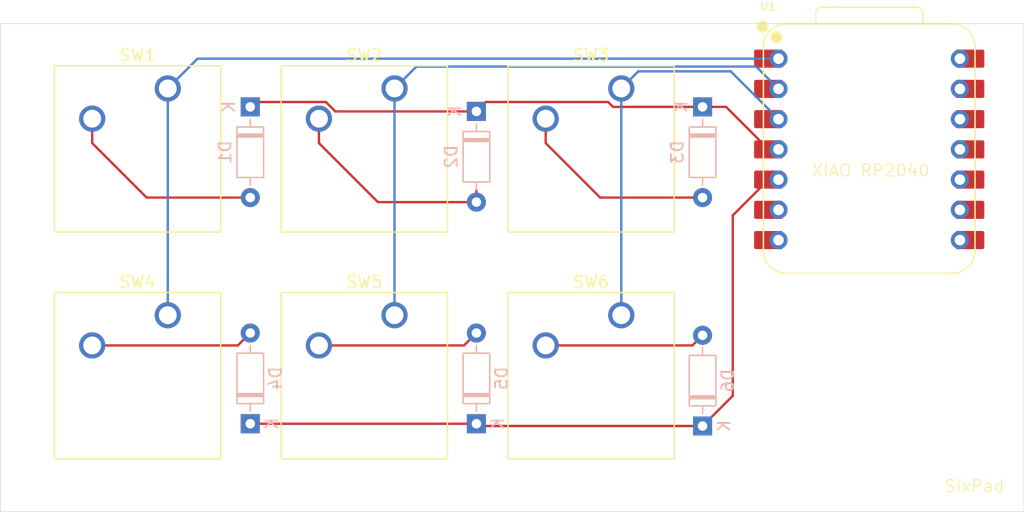
<source format=kicad_pcb>
(kicad_pcb (version 20241229) (generator "pcbnew") (generator_version "9.0")
  (layers (0 "F.Cu" signal) (2 "B.Cu" signal) (13 "F.Paste" user) (15 "B.Paste" user) (5 "F.SilkS" user "F.Silkscreen") (7 "B.SilkS" user "B.Silkscreen") (1 "F.Mask" user) (3 "B.Mask" user) (25 "Edge.Cuts" user))
  (net 0 "")
  (net 1 "ROW_0")
  (net 2 "Net-(D1-A)")
  (net 3 "Net-(D2-A)")
  (net 4 "ROW_1")
  (net 5 "Net-(D3-A)")
  (net 10 "ROW_2")
  (net 13 "Net-(D4-A)")
  (net 14 "Net-(D5-A)")
  (net 15 "Net-(D6-A)")
  (net 16 "COL_0")
  (net 20 "COL_1")
  (footprint "OPL:XIAO-RP2040-DIP" (layer "F.Cu") (at 121 59.57)
    (property "Reference" "U1" (at -8.5 -12 0) (layer "F.SilkS") (effects (font (size 0.635 0.635) (thickness 0.1016))))
    (property "Value" "XIAO-RP2040-DIP")
    (fp_line (start -8.89 8.509) (end -8.89 -8.636) (stroke (width 0.127)) (layer "F.SilkS"))
    (fp_line (start -6.985 10.414) (end 6.985 10.414) (stroke (width 0.127)) (layer "F.SilkS"))
    (fp_line (start -4.495 -10.541) (end -4.491272 -11.451272) (stroke (width 0.127)) (layer "F.SilkS"))
    (fp_line (start -3.991272 -11.951) (end 4.004 -11.951) (stroke (width 0.127)) (layer "F.SilkS"))
    (fp_line (start 4.504 -11.451) (end 4.504 -10.541) (stroke (width 0.127)) (layer "F.SilkS"))
    (fp_line (start 6.985 -10.541) (end -6.985 -10.541) (stroke (width 0.1)) (layer "F.SilkS"))
    (fp_line (start 6.985 -10.541) (end -6.985 -10.541) (stroke (width 0.127)) (layer "F.SilkS"))
    (fp_line (start 8.89 8.509) (end 8.89 -8.636) (stroke (width 0.127)) (layer "F.SilkS"))
    (fp_arc (start -8.89 -8.636) (mid -8.332038 -9.983038) (end -6.985 -10.541) (stroke (width 0.127)) (layer "F.SilkS"))
    (fp_arc (start -6.985 10.414) (mid -8.332038 9.856038) (end -8.89 8.509) (stroke (width 0.127)) (layer "F.SilkS"))
    (fp_arc (start -4.491272 -11.451272) (mid -4.344728 -11.80464) (end -3.991272 -11.951) (stroke (width 0.127)) (layer "F.SilkS"))
    (fp_arc (start 4.004 -11.951) (mid 4.357553 -11.804553) (end 4.504 -11.451) (stroke (width 0.127)) (layer "F.SilkS"))
    (fp_arc (start 6.985 -10.541) (mid 8.332038 -9.983038) (end 8.89 -8.636) (stroke (width 0.127)) (layer "F.SilkS"))
    (fp_arc (start 8.89 8.509) (mid 8.332038 9.856038) (end 6.985 10.414) (stroke (width 0.127)) (layer "F.SilkS"))
    (fp_circle (center -8.95 -10.3) (end -8.95 -10.554) (stroke (width 0.5)) (fill yes) (layer "F.SilkS"))
    (fp_circle (center -7.807 -9.42) (end -7.807 -9.674) (stroke (width 0.5)) (fill yes) (layer "F.SilkS"))
    (pad "1" smd roundrect (at -8.455 -7.62 180) (size 2.432 1.524) (layers "F.Cu" "F.Mask") (roundrect_rratio 0.1) (net 1 "ROW_0"))
    (pad "1" thru_hole circle (at -7.62 -7.62 180) (size 1.524 1.524) (drill 0.889) (layers "*.Cu" "*.Mask") (net 1 "ROW_0"))
    (pad "2" smd roundrect (at -8.455 -5.08 180) (size 2.432 1.524) (layers "F.Cu" "F.Mask") (roundrect_rratio 0.1) (net 4 "ROW_1"))
    (pad "2" thru_hole circle (at -7.62 -5.08 180) (size 1.524 1.524) (drill 0.889) (layers "*.Cu" "*.Mask") (net 4 "ROW_1"))
    (pad "3" smd roundrect (at -8.455 -2.54 180) (size 2.432 1.524) (layers "F.Cu" "F.Mask") (roundrect_rratio 0.1) (net 10 "ROW_2"))
    (pad "3" thru_hole circle (at -7.62 -2.54 180) (size 1.524 1.524) (drill 0.889) (layers "*.Cu" "*.Mask") (net 10 "ROW_2"))
    (pad "4" smd roundrect (at -8.455 0 180) (size 2.432 1.524) (layers "F.Cu" "F.Mask") (roundrect_rratio 0.1) (net 16 "COL_0"))
    (pad "4" thru_hole circle (at -7.62 0 180) (size 1.524 1.524) (drill 0.889) (layers "*.Cu" "*.Mask") (net 16 "COL_0"))
    (pad "5" smd roundrect (at -8.455 2.54 180) (size 2.432 1.524) (layers "F.Cu" "F.Mask") (roundrect_rratio 0.1) (net 20 "COL_1"))
    (pad "5" thru_hole circle (at -7.62 2.54 180) (size 1.524 1.524) (drill 0.889) (layers "*.Cu" "*.Mask") (net 20 "COL_1"))
    (pad "6" smd roundrect (at -8.455 5.08 180) (size 2.432 1.524) (layers "F.Cu" "F.Mask") (roundrect_rratio 0.1))
    (pad "6" thru_hole circle (at -7.62 5.08 180) (size 1.524 1.524) (drill 0.889) (layers "*.Cu" "*.Mask"))
    (pad "7" smd roundrect (at -8.455 7.62 180) (size 2.432 1.524) (layers "F.Cu" "F.Mask") (roundrect_rratio 0.1))
    (pad "7" thru_hole circle (at -7.62 7.62 180) (size 1.524 1.524) (drill 0.889) (layers "*.Cu" "*.Mask"))
    (pad "8" thru_hole circle (at 7.62 7.62) (size 1.524 1.524) (drill 0.889) (layers "*.Cu" "*.Mask"))
    (pad "8" smd roundrect (at 8.455 7.62) (size 2.432 1.524) (layers "F.Cu" "F.Mask") (roundrect_rratio 0.1))
    (pad "9" thru_hole circle (at 7.62 5.08) (size 1.524 1.524) (drill 0.889) (layers "*.Cu" "*.Mask"))
    (pad "9" smd roundrect (at 8.455 5.08) (size 2.432 1.524) (layers "F.Cu" "F.Mask") (roundrect_rratio 0.1))
    (pad "10" thru_hole circle (at 7.62 2.54) (size 1.524 1.524) (drill 0.889) (layers "*.Cu" "*.Mask"))
    (pad "10" smd roundrect (at 8.455 2.54) (size 2.432 1.524) (layers "F.Cu" "F.Mask") (roundrect_rratio 0.1))
    (pad "11" thru_hole circle (at 7.62 0) (size 1.524 1.524) (drill 0.889) (layers "*.Cu" "*.Mask"))
    (pad "11" smd roundrect (at 8.455 0) (size 2.432 1.524) (layers "F.Cu" "F.Mask") (roundrect_rratio 0.1))
    (pad "12" thru_hole circle (at 7.62 -2.54) (size 1.524 1.524) (drill 0.889) (layers "*.Cu" "*.Mask"))
    (pad "12" smd roundrect (at 8.455 -2.54) (size 2.432 1.524) (layers "F.Cu" "F.Mask") (roundrect_rratio 0.1))
    (pad "13" thru_hole circle (at 7.62 -5.08) (size 1.524 1.524) (drill 0.889) (layers "*.Cu" "*.Mask"))
    (pad "13" smd roundrect (at 8.455 -5.08) (size 2.432 1.524) (layers "F.Cu" "F.Mask") (roundrect_rratio 0.1))
    (pad "14" thru_hole circle (at 7.62 -7.62) (size 1.524 1.524) (drill 0.889) (layers "*.Cu" "*.Mask"))
    (pad "14" smd roundrect (at 8.455 -7.62) (size 2.432 1.524) (layers "F.Cu" "F.Mask") (roundrect_rratio 0.1))
  )
  (footprint "Button_Switch_Keyboard:SW_Cherry_MX_1.00u_PCB" (layer "F.Cu") (at 81.12125 73.50125)
    (property "Reference" "SW5" (at -2.54 -2.794 0) (layer "F.SilkS"))
    (property "Value" "SW_Push")
    (fp_line (start -9.525 -1.905) (end 4.445 -1.905) (stroke (width 0.12)) (layer "F.SilkS"))
    (fp_line (start -9.525 12.065) (end -9.525 -1.905) (stroke (width 0.12)) (layer "F.SilkS"))
    (fp_line (start 4.445 -1.905) (end 4.445 12.065) (stroke (width 0.12)) (layer "F.SilkS"))
    (fp_line (start 4.445 12.065) (end -9.525 12.065) (stroke (width 0.12)) (layer "F.SilkS"))
    (pad "" np_thru_hole circle (at -7.62 5.08) (size 1.7 1.7) (drill 1.7) (layers "*.Cu" "*.Mask"))
    (pad "" np_thru_hole circle (at -2.54 5.08) (size 4 4) (drill 4) (layers "*.Cu" "*.Mask"))
    (pad "" np_thru_hole circle (at 2.54 5.08) (size 1.7 1.7) (drill 1.7) (layers "*.Cu" "*.Mask"))
    (pad "1" thru_hole circle (at 0 0) (size 2.2 2.2) (drill 1.5) (layers "*.Cu" "*.Mask") (net 4 "ROW_1"))
    (pad "2" thru_hole circle (at -6.35 2.54) (size 2.2 2.2) (drill 1.5) (layers "*.Cu" "*.Mask") (net 14 "Net-(D5-A)"))
  )
  (footprint "Button_Switch_Keyboard:SW_Cherry_MX_1.00u_PCB" (layer "F.Cu") (at 81.12125 54.45125)
    (property "Reference" "SW2" (at -2.54 -2.794 0) (layer "F.SilkS"))
    (property "Value" "SW_Push")
    (fp_line (start -9.525 -1.905) (end 4.445 -1.905) (stroke (width 0.12)) (layer "F.SilkS"))
    (fp_line (start -9.525 12.065) (end -9.525 -1.905) (stroke (width 0.12)) (layer "F.SilkS"))
    (fp_line (start 4.445 -1.905) (end 4.445 12.065) (stroke (width 0.12)) (layer "F.SilkS"))
    (fp_line (start 4.445 12.065) (end -9.525 12.065) (stroke (width 0.12)) (layer "F.SilkS"))
    (pad "" np_thru_hole circle (at -7.62 5.08) (size 1.7 1.7) (drill 1.7) (layers "*.Cu" "*.Mask"))
    (pad "" np_thru_hole circle (at -2.54 5.08) (size 4 4) (drill 4) (layers "*.Cu" "*.Mask"))
    (pad "" np_thru_hole circle (at 2.54 5.08) (size 1.7 1.7) (drill 1.7) (layers "*.Cu" "*.Mask"))
    (pad "1" thru_hole circle (at 0 0) (size 2.2 2.2) (drill 1.5) (layers "*.Cu" "*.Mask") (net 4 "ROW_1"))
    (pad "2" thru_hole circle (at -6.35 2.54) (size 2.2 2.2) (drill 1.5) (layers "*.Cu" "*.Mask") (net 3 "Net-(D2-A)"))
  )
  (footprint "Button_Switch_Keyboard:SW_Cherry_MX_1.00u_PCB" (layer "F.Cu") (at 100.17125 54.45125)
    (property "Reference" "SW3" (at -2.54 -2.794 0) (layer "F.SilkS"))
    (property "Value" "SW_Push")
    (fp_line (start -9.525 -1.905) (end 4.445 -1.905) (stroke (width 0.12)) (layer "F.SilkS"))
    (fp_line (start -9.525 12.065) (end -9.525 -1.905) (stroke (width 0.12)) (layer "F.SilkS"))
    (fp_line (start 4.445 -1.905) (end 4.445 12.065) (stroke (width 0.12)) (layer "F.SilkS"))
    (fp_line (start 4.445 12.065) (end -9.525 12.065) (stroke (width 0.12)) (layer "F.SilkS"))
    (pad "" np_thru_hole circle (at -7.62 5.08) (size 1.7 1.7) (drill 1.7) (layers "*.Cu" "*.Mask"))
    (pad "" np_thru_hole circle (at -2.54 5.08) (size 4 4) (drill 4) (layers "*.Cu" "*.Mask"))
    (pad "" np_thru_hole circle (at 2.54 5.08) (size 1.7 1.7) (drill 1.7) (layers "*.Cu" "*.Mask"))
    (pad "1" thru_hole circle (at 0 0) (size 2.2 2.2) (drill 1.5) (layers "*.Cu" "*.Mask") (net 10 "ROW_2"))
    (pad "2" thru_hole circle (at -6.35 2.54) (size 2.2 2.2) (drill 1.5) (layers "*.Cu" "*.Mask") (net 5 "Net-(D3-A)"))
  )
  (footprint "Button_Switch_Keyboard:SW_Cherry_MX_1.00u_PCB" (layer "F.Cu") (at 62.07125 54.45125)
    (property "Reference" "SW1" (at -2.54 -2.794 0) (layer "F.SilkS"))
    (property "Value" "SW_Push")
    (fp_line (start -9.525 -1.905) (end 4.445 -1.905) (stroke (width 0.12)) (layer "F.SilkS"))
    (fp_line (start -9.525 12.065) (end -9.525 -1.905) (stroke (width 0.12)) (layer "F.SilkS"))
    (fp_line (start 4.445 -1.905) (end 4.445 12.065) (stroke (width 0.12)) (layer "F.SilkS"))
    (fp_line (start 4.445 12.065) (end -9.525 12.065) (stroke (width 0.12)) (layer "F.SilkS"))
    (pad "" np_thru_hole circle (at -7.62 5.08) (size 1.7 1.7) (drill 1.7) (layers "*.Cu" "*.Mask"))
    (pad "" np_thru_hole circle (at -2.54 5.08) (size 4 4) (drill 4) (layers "*.Cu" "*.Mask"))
    (pad "" np_thru_hole circle (at 2.54 5.08) (size 1.7 1.7) (drill 1.7) (layers "*.Cu" "*.Mask"))
    (pad "1" thru_hole circle (at 0 0) (size 2.2 2.2) (drill 1.5) (layers "*.Cu" "*.Mask") (net 1 "ROW_0"))
    (pad "2" thru_hole circle (at -6.35 2.54) (size 2.2 2.2) (drill 1.5) (layers "*.Cu" "*.Mask") (net 2 "Net-(D1-A)"))
  )
  (footprint "Button_Switch_Keyboard:SW_Cherry_MX_1.00u_PCB" (layer "F.Cu") (at 100.17125 73.50125)
    (property "Reference" "SW6" (at -2.54 -2.794 0) (layer "F.SilkS"))
    (property "Value" "SW_Push")
    (fp_line (start -9.525 -1.905) (end 4.445 -1.905) (stroke (width 0.12)) (layer "F.SilkS"))
    (fp_line (start -9.525 12.065) (end -9.525 -1.905) (stroke (width 0.12)) (layer "F.SilkS"))
    (fp_line (start 4.445 -1.905) (end 4.445 12.065) (stroke (width 0.12)) (layer "F.SilkS"))
    (fp_line (start 4.445 12.065) (end -9.525 12.065) (stroke (width 0.12)) (layer "F.SilkS"))
    (pad "" np_thru_hole circle (at -7.62 5.08) (size 1.7 1.7) (drill 1.7) (layers "*.Cu" "*.Mask"))
    (pad "" np_thru_hole circle (at -2.54 5.08) (size 4 4) (drill 4) (layers "*.Cu" "*.Mask"))
    (pad "" np_thru_hole circle (at 2.54 5.08) (size 1.7 1.7) (drill 1.7) (layers "*.Cu" "*.Mask"))
    (pad "1" thru_hole circle (at 0 0) (size 2.2 2.2) (drill 1.5) (layers "*.Cu" "*.Mask") (net 10 "ROW_2"))
    (pad "2" thru_hole circle (at -6.35 2.54) (size 2.2 2.2) (drill 1.5) (layers "*.Cu" "*.Mask") (net 15 "Net-(D6-A)"))
  )
  (footprint "Button_Switch_Keyboard:SW_Cherry_MX_1.00u_PCB" (layer "F.Cu") (at 62.07125 73.50125)
    (property "Reference" "SW4" (at -2.54 -2.794 0) (layer "F.SilkS"))
    (property "Value" "SW_Push")
    (fp_line (start -9.525 -1.905) (end 4.445 -1.905) (stroke (width 0.12)) (layer "F.SilkS"))
    (fp_line (start -9.525 12.065) (end -9.525 -1.905) (stroke (width 0.12)) (layer "F.SilkS"))
    (fp_line (start 4.445 -1.905) (end 4.445 12.065) (stroke (width 0.12)) (layer "F.SilkS"))
    (fp_line (start 4.445 12.065) (end -9.525 12.065) (stroke (width 0.12)) (layer "F.SilkS"))
    (pad "" np_thru_hole circle (at -7.62 5.08) (size 1.7 1.7) (drill 1.7) (layers "*.Cu" "*.Mask"))
    (pad "" np_thru_hole circle (at -2.54 5.08) (size 4 4) (drill 4) (layers "*.Cu" "*.Mask"))
    (pad "" np_thru_hole circle (at 2.54 5.08) (size 1.7 1.7) (drill 1.7) (layers "*.Cu" "*.Mask"))
    (pad "1" thru_hole circle (at 0 0) (size 2.2 2.2) (drill 1.5) (layers "*.Cu" "*.Mask") (net 1 "ROW_0"))
    (pad "2" thru_hole circle (at -6.35 2.54) (size 2.2 2.2) (drill 1.5) (layers "*.Cu" "*.Mask") (net 13 "Net-(D4-A)"))
  )
  (footprint "Diode_THT:D_DO-35_SOD27_P7.62mm_Horizontal" (layer "B.Cu") (at 88 82.62 90)
    (property "Reference" "D5" (at 3.81 2.12 90) (layer "B.SilkS") (effects (justify mirror)))
    (property "Value" "D")
    (fp_line (start 5.93 -1.12) (end 5.93 1.12) (stroke (width 0.12)) (layer "B.SilkS"))
    (fp_line (start 1.69 -1.12) (end 5.93 -1.12) (stroke (width 0.12)) (layer "B.SilkS"))
    (fp_line (start 6.58 0) (end 5.93 0) (stroke (width 0.12)) (layer "B.SilkS"))
    (fp_line (start 1.04 0) (end 1.69 0) (stroke (width 0.12)) (layer "B.SilkS"))
    (fp_line (start 5.93 1.12) (end 1.69 1.12) (stroke (width 0.12)) (layer "B.SilkS"))
    (fp_line (start 2.53 1.12) (end 2.53 -1.12) (stroke (width 0.12)) (layer "B.SilkS"))
    (fp_line (start 2.41 1.12) (end 2.41 -1.12) (stroke (width 0.12)) (layer "B.SilkS"))
    (fp_line (start 2.29 1.12) (end 2.29 -1.12) (stroke (width 0.12)) (layer "B.SilkS"))
    (fp_line (start 1.69 1.12) (end 1.69 -1.12) (stroke (width 0.12)) (layer "B.SilkS"))
    (fp_text user "K" (at 0 1.8 90) (layer "B.SilkS") (effects (justify mirror)))
    (pad "1" thru_hole rect (at 0 0 90) (size 1.6 1.6) (drill 0.8) (layers "*.Cu" "*.Mask") (net 20 "COL_1"))
    (pad "2" thru_hole oval (at 7.62 0 90) (size 1.6 1.6) (drill 0.8) (layers "*.Cu" "*.Mask") (net 14 "Net-(D5-A)"))
  )
  (footprint "Diode_THT:D_DO-35_SOD27_P7.62mm_Horizontal" (layer "B.Cu") (at 107 82.81 90)
    (property "Reference" "D6" (at 3.81 2.12 90) (layer "B.SilkS") (effects (justify mirror)))
    (property "Value" "D")
    (fp_line (start 5.93 -1.12) (end 5.93 1.12) (stroke (width 0.12)) (layer "B.SilkS"))
    (fp_line (start 1.69 -1.12) (end 5.93 -1.12) (stroke (width 0.12)) (layer "B.SilkS"))
    (fp_line (start 6.58 0) (end 5.93 0) (stroke (width 0.12)) (layer "B.SilkS"))
    (fp_line (start 1.04 0) (end 1.69 0) (stroke (width 0.12)) (layer "B.SilkS"))
    (fp_line (start 5.93 1.12) (end 1.69 1.12) (stroke (width 0.12)) (layer "B.SilkS"))
    (fp_line (start 2.53 1.12) (end 2.53 -1.12) (stroke (width 0.12)) (layer "B.SilkS"))
    (fp_line (start 2.41 1.12) (end 2.41 -1.12) (stroke (width 0.12)) (layer "B.SilkS"))
    (fp_line (start 2.29 1.12) (end 2.29 -1.12) (stroke (width 0.12)) (layer "B.SilkS"))
    (fp_line (start 1.69 1.12) (end 1.69 -1.12) (stroke (width 0.12)) (layer "B.SilkS"))
    (fp_text user "K" (at 0 1.8 90) (layer "B.SilkS") (effects (justify mirror)))
    (pad "1" thru_hole rect (at 0 0 90) (size 1.6 1.6) (drill 0.8) (layers "*.Cu" "*.Mask") (net 20 "COL_1"))
    (pad "2" thru_hole oval (at 7.62 0 90) (size 1.6 1.6) (drill 0.8) (layers "*.Cu" "*.Mask") (net 15 "Net-(D6-A)"))
  )
  (footprint "Diode_THT:D_DO-35_SOD27_P7.62mm_Horizontal" (layer "B.Cu") (at 107 56 -90)
    (property "Reference" "D3" (at 3.81 2.12 90) (layer "B.SilkS") (effects (justify mirror)))
    (property "Value" "D")
    (fp_line (start 1.69 1.12) (end 1.69 -1.12) (stroke (width 0.12)) (layer "B.SilkS"))
    (fp_line (start 2.29 1.12) (end 2.29 -1.12) (stroke (width 0.12)) (layer "B.SilkS"))
    (fp_line (start 2.41 1.12) (end 2.41 -1.12) (stroke (width 0.12)) (layer "B.SilkS"))
    (fp_line (start 2.53 1.12) (end 2.53 -1.12) (stroke (width 0.12)) (layer "B.SilkS"))
    (fp_line (start 5.93 1.12) (end 1.69 1.12) (stroke (width 0.12)) (layer "B.SilkS"))
    (fp_line (start 1.04 0) (end 1.69 0) (stroke (width 0.12)) (layer "B.SilkS"))
    (fp_line (start 6.58 0) (end 5.93 0) (stroke (width 0.12)) (layer "B.SilkS"))
    (fp_line (start 1.69 -1.12) (end 5.93 -1.12) (stroke (width 0.12)) (layer "B.SilkS"))
    (fp_line (start 5.93 -1.12) (end 5.93 1.12) (stroke (width 0.12)) (layer "B.SilkS"))
    (fp_text user "K" (at 0 1.8 90) (layer "B.SilkS") (effects (justify mirror)))
    (pad "1" thru_hole rect (at 0 0 270) (size 1.6 1.6) (drill 0.8) (layers "*.Cu" "*.Mask") (net 16 "COL_0"))
    (pad "2" thru_hole oval (at 7.62 0 270) (size 1.6 1.6) (drill 0.8) (layers "*.Cu" "*.Mask") (net 5 "Net-(D3-A)"))
  )
  (footprint "Diode_THT:D_DO-35_SOD27_P7.62mm_Horizontal" (layer "B.Cu") (at 69 56 -90)
    (property "Reference" "D1" (at 3.81 2.12 90) (layer "B.SilkS") (effects (justify mirror)))
    (property "Value" "D")
    (fp_line (start 1.69 1.12) (end 1.69 -1.12) (stroke (width 0.12)) (layer "B.SilkS"))
    (fp_line (start 2.29 1.12) (end 2.29 -1.12) (stroke (width 0.12)) (layer "B.SilkS"))
    (fp_line (start 2.41 1.12) (end 2.41 -1.12) (stroke (width 0.12)) (layer "B.SilkS"))
    (fp_line (start 2.53 1.12) (end 2.53 -1.12) (stroke (width 0.12)) (layer "B.SilkS"))
    (fp_line (start 5.93 1.12) (end 1.69 1.12) (stroke (width 0.12)) (layer "B.SilkS"))
    (fp_line (start 1.04 0) (end 1.69 0) (stroke (width 0.12)) (layer "B.SilkS"))
    (fp_line (start 6.58 0) (end 5.93 0) (stroke (width 0.12)) (layer "B.SilkS"))
    (fp_line (start 1.69 -1.12) (end 5.93 -1.12) (stroke (width 0.12)) (layer "B.SilkS"))
    (fp_line (start 5.93 -1.12) (end 5.93 1.12) (stroke (width 0.12)) (layer "B.SilkS"))
    (fp_text user "K" (at 0 1.8 90) (layer "B.SilkS") (effects (justify mirror)))
    (pad "1" thru_hole rect (at 0 0 270) (size 1.6 1.6) (drill 0.8) (layers "*.Cu" "*.Mask") (net 16 "COL_0"))
    (pad "2" thru_hole oval (at 7.62 0 270) (size 1.6 1.6) (drill 0.8) (layers "*.Cu" "*.Mask") (net 2 "Net-(D1-A)"))
  )
  (footprint "Diode_THT:D_DO-35_SOD27_P7.62mm_Horizontal" (layer "B.Cu") (at 88 56.38 -90)
    (property "Reference" "D2" (at 3.81 2.12 90) (layer "B.SilkS") (effects (justify mirror)))
    (property "Value" "D")
    (fp_line (start 1.69 1.12) (end 1.69 -1.12) (stroke (width 0.12)) (layer "B.SilkS"))
    (fp_line (start 2.29 1.12) (end 2.29 -1.12) (stroke (width 0.12)) (layer "B.SilkS"))
    (fp_line (start 2.41 1.12) (end 2.41 -1.12) (stroke (width 0.12)) (layer "B.SilkS"))
    (fp_line (start 2.53 1.12) (end 2.53 -1.12) (stroke (width 0.12)) (layer "B.SilkS"))
    (fp_line (start 5.93 1.12) (end 1.69 1.12) (stroke (width 0.12)) (layer "B.SilkS"))
    (fp_line (start 1.04 0) (end 1.69 0) (stroke (width 0.12)) (layer "B.SilkS"))
    (fp_line (start 6.58 0) (end 5.93 0) (stroke (width 0.12)) (layer "B.SilkS"))
    (fp_line (start 1.69 -1.12) (end 5.93 -1.12) (stroke (width 0.12)) (layer "B.SilkS"))
    (fp_line (start 5.93 -1.12) (end 5.93 1.12) (stroke (width 0.12)) (layer "B.SilkS"))
    (fp_text user "K" (at 0 1.8 90) (layer "B.SilkS") (effects (justify mirror)))
    (pad "1" thru_hole rect (at 0 0 270) (size 1.6 1.6) (drill 0.8) (layers "*.Cu" "*.Mask") (net 16 "COL_0"))
    (pad "2" thru_hole oval (at 7.62 0 270) (size 1.6 1.6) (drill 0.8) (layers "*.Cu" "*.Mask") (net 3 "Net-(D2-A)"))
  )
  (footprint "Diode_THT:D_DO-35_SOD27_P7.62mm_Horizontal" (layer "B.Cu") (at 69 82.62 90)
    (property "Reference" "D4" (at 3.81 2.12 90) (layer "B.SilkS") (effects (justify mirror)))
    (property "Value" "D")
    (fp_line (start 5.93 -1.12) (end 5.93 1.12) (stroke (width 0.12)) (layer "B.SilkS"))
    (fp_line (start 1.69 -1.12) (end 5.93 -1.12) (stroke (width 0.12)) (layer "B.SilkS"))
    (fp_line (start 6.58 0) (end 5.93 0) (stroke (width 0.12)) (layer "B.SilkS"))
    (fp_line (start 1.04 0) (end 1.69 0) (stroke (width 0.12)) (layer "B.SilkS"))
    (fp_line (start 5.93 1.12) (end 1.69 1.12) (stroke (width 0.12)) (layer "B.SilkS"))
    (fp_line (start 2.53 1.12) (end 2.53 -1.12) (stroke (width 0.12)) (layer "B.SilkS"))
    (fp_line (start 2.41 1.12) (end 2.41 -1.12) (stroke (width 0.12)) (layer "B.SilkS"))
    (fp_line (start 2.29 1.12) (end 2.29 -1.12) (stroke (width 0.12)) (layer "B.SilkS"))
    (fp_line (start 1.69 1.12) (end 1.69 -1.12) (stroke (width 0.12)) (layer "B.SilkS"))
    (fp_text user "K" (at 0 1.8 90) (layer "B.SilkS") (effects (justify mirror)))
    (pad "1" thru_hole rect (at 0 0 90) (size 1.6 1.6) (drill 0.8) (layers "*.Cu" "*.Mask") (net 20 "COL_1"))
    (pad "2" thru_hole oval (at 7.62 0 90) (size 1.6 1.6) (drill 0.8) (layers "*.Cu" "*.Mask") (net 13 "Net-(D4-A)"))
  )
  (gr_rect (start 48 49) (end 134 90) (stroke (width 0.05)) (fill no) (layer "Edge.Cuts"))
  (gr_text "XIAO RP2040" (at 116.1 61.93 0) (layer "F.SilkS") (effects (font (size 1 1) (thickness 0.1)) (justify left bottom)))
  (gr_text "SixPad" (at 127.25 88.45 0) (layer "F.SilkS") (effects (font (size 1 1) (thickness 0.1)) (justify left bottom)))
  (segment (start 62.07125 54.45125) (end 62.07125 73.50125) (width 0.2) (layer "B.Cu") (net 1))
  (segment (start 113 52) (end 113.38 52.38) (width 0.2) (layer "B.Cu") (net 1))
  (segment (start 62.07125 54.45125) (end 64.5725 51.95) (width 0.2) (layer "B.Cu") (net 1))
  (segment (start 64.5725 51.95) (end 113.38 51.95) (width 0.2) (layer "B.Cu") (net 1))
  (segment (start 55.72125 59.046066) (end 60.295184 63.62) (width 0.2) (layer "F.Cu") (net 2))
  (segment (start 55.72125 56.99125) (end 55.72125 59.046066) (width 0.2) (layer "F.Cu") (net 2))
  (segment (start 60.295184 63.62) (end 69 63.62) (width 0.2) (layer "F.Cu") (net 2))
  (segment (start 74.77125 59.046066) (end 79.725184 64) (width 0.2) (layer "F.Cu") (net 3))
  (segment (start 88 62.95) (end 88 64) (width 0.2) (layer "F.Cu") (net 3))
  (segment (start 79.725184 64) (end 88 64) (width 0.2) (layer "F.Cu") (net 3))
  (segment (start 74.77125 56.99125) (end 74.77125 59.046066) (width 0.2) (layer "F.Cu") (net 3))
  (segment (start 112.74025 54.28025) (end 113.38 54.92) (width 0.2) (layer "B.Cu") (net 4))
  (segment (start 81.12125 54.45125) (end 82.9605 52.612) (width 0.2) (layer "B.Cu") (net 4))
  (segment (start 111.502 52.612) (end 113.38 54.49) (width 0.2) (layer "B.Cu") (net 4))
  (segment (start 81.12125 73.50125) (end 81.12125 54.45125) (width 0.2) (layer "B.Cu") (net 4))
  (segment (start 82.9605 52.612) (end 111.502 52.612) (width 0.2) (layer "B.Cu") (net 4))
  (segment (start 93.82125 59.046066) (end 98.395184 63.62) (width 0.2) (layer "F.Cu") (net 5))
  (segment (start 107 62.9) (end 107 63.62) (width 0.2) (layer "F.Cu") (net 5))
  (segment (start 98.395184 63.62) (end 107 63.62) (width 0.2) (layer "F.Cu") (net 5))
  (segment (start 93.82125 56.99125) (end 93.82125 59.046066) (width 0.2) (layer "F.Cu") (net 5))
  (segment (start 100.17125 54.45125) (end 100.17125 73.50125) (width 0.2) (layer "B.Cu") (net 10))
  (segment (start 109.363 53.013) (end 113.38 57.03) (width 0.2) (layer "B.Cu") (net 10))
  (segment (start 101.6095 53.013) (end 109.363 53.013) (width 0.2) (layer "B.Cu") (net 10))
  (segment (start 100.17125 54.45125) (end 101.6095 53.013) (width 0.2) (layer "B.Cu") (net 10))
  (segment (start 55.72125 76.04125) (end 67.95875 76.04125) (width 0.2) (layer "F.Cu") (net 13))
  (segment (start 67.95875 76.04125) (end 69 75) (width 0.2) (layer "F.Cu") (net 13))
  (segment (start 86.95875 76.04125) (end 88 75) (width 0.2) (layer "F.Cu") (net 14))
  (segment (start 74.77125 76.04125) (end 86.95875 76.04125) (width 0.2) (layer "F.Cu") (net 14))
  (segment (start 93.82125 76.04125) (end 106.14875 76.04125) (width 0.2) (layer "F.Cu") (net 15))
  (segment (start 106.14875 76.04125) (end 107 75.19) (width 0.2) (layer "F.Cu") (net 15))
  (segment (start 108.975 56) (end 112.545 59.57) (width 0.2) (layer "F.Cu") (net 16))
  (segment (start 107 56) (end 108.975 56) (width 0.2) (layer "F.Cu") (net 16))
  (segment (start 76.141314 56.38) (end 88 56.38) (width 0.2) (layer "F.Cu") (net 16))
  (segment (start 75.351564 55.59025) (end 76.141314 56.38) (width 0.2) (layer "F.Cu") (net 16))
  (segment (start 69 56) (end 69.40975 55.59025) (width 0.2) (layer "F.Cu") (net 16))
  (segment (start 88 56.38) (end 88.78975 55.59025) (width 0.2) (layer "F.Cu") (net 16))
  (segment (start 99.067 55.59025) (end 99.47675 56) (width 0.2) (layer "F.Cu") (net 16))
  (segment (start 69.40975 55.59025) (end 75.351564 55.59025) (width 0.2) (layer "F.Cu") (net 16))
  (segment (start 99.47675 56) (end 107 56) (width 0.2) (layer "F.Cu") (net 16))
  (segment (start 88.78975 55.59025) (end 99.067 55.59025) (width 0.2) (layer "F.Cu") (net 16))
  (segment (start 107 82.81) (end 88.19 82.81) (width 0.2) (layer "F.Cu") (net 20))
  (segment (start 88.19 82.81) (end 88 82.62) (width 0.2) (layer "F.Cu") (net 20))
  (segment (start 109.5375 80.2725) (end 109.5375 65.1175) (width 0.2) (layer "F.Cu") (net 20))
  (segment (start 69 82.62) (end 69.48975 82.13025) (width 0.2) (layer "F.Cu") (net 20))
  (segment (start 87.51025 82.13025) (end 88 82.62) (width 0.2) (layer "F.Cu") (net 20))
  (segment (start 88 82.62) (end 69 82.62) (width 0.2) (layer "F.Cu") (net 20))
  (segment (start 88 82.62) (end 88.48975 82.13025) (width 0.2) (layer "F.Cu") (net 20))
  (segment (start 106.32025 82.13025) (end 107 82.81) (width 0.2) (layer "F.Cu") (net 20))
  (segment (start 107 82.81) (end 109.5375 80.2725) (width 0.2) (layer "F.Cu") (net 20))
  (segment (start 109.5375 65.1175) (end 112.545 62.11) (width 0.2) (layer "F.Cu") (net 20))
)
</source>
